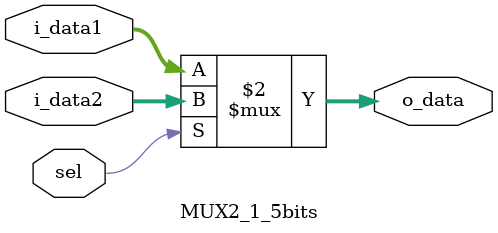
<source format=v>

module MUX32_1(i_data0,i_data1,i_data2,i_data3,i_data4,i_data5,i_data6,i_data7,i_data8,i_data9,i_data10,i_data11,i_data12,i_data13,i_data14,i_data15,i_data16,i_data17,i_data18,i_data19,i_data20,i_data21,i_data22,i_data23,i_data24,i_data25,i_data26,i_data27,i_data28,i_data29,i_data30,i_data31,sel,o_data);
	input [31:0] i_data0,i_data1,i_data2,i_data3,i_data4,i_data5,i_data6,i_data7,i_data8,i_data9,i_data10,i_data11,i_data12,i_data13,i_data14,i_data15,i_data16,i_data17,i_data18,i_data19,i_data20,i_data21,i_data22,i_data23,i_data24,i_data25,i_data26,i_data27,i_data28,i_data29,i_data30,i_data31;
	input [4:0] sel;
	output [31:0] o_data;
	wire [31:0] w_data1,w_data2,w_data3,w_data4,w_data5,w_data6,w_data7,w_data8,w_data9,w_data10,w_data11,w_data12,w_data13,w_data14,w_data15,w_data16,w_data17,w_data18,w_data19,w_data20,w_data21,w_data22,w_data23,w_data24,w_data25,w_data26,w_data27,w_data28,w_data29,w_data30;
	
	assign w_data1=(sel[0]==0) ? i_data0 : i_data1;
	assign w_data2=(sel[0]==0) ? i_data2 : i_data3;
	assign w_data3=(sel[0]==0) ? i_data4 : i_data5;
	assign w_data4=(sel[0]==0) ? i_data6 : i_data7;
	assign w_data5=(sel[0]==0) ? i_data8 : i_data9;
	assign w_data6=(sel[0]==0) ? i_data10 : i_data11;
	assign w_data7=(sel[0]==0) ? i_data12 : i_data13;
	assign w_data8=(sel[0]==0) ? i_data14 : i_data15;
	assign w_data9=(sel[0]==0) ? i_data16 : i_data17;
	assign w_data10=(sel[0]==0) ? i_data18 : i_data19;
	assign w_data11=(sel[0]==0) ? i_data20 : i_data21;
	assign w_data12=(sel[0]==0) ? i_data22 : i_data23;
	assign w_data13=(sel[0]==0) ? i_data24 : i_data25;
	assign w_data14=(sel[0]==0) ? i_data26 : i_data27;
	assign w_data15=(sel[0]==0) ? i_data28 : i_data29;
	assign w_data16=(sel[0]==0) ? i_data30 : i_data31;
	
	assign w_data17=(sel[1]==0) ? w_data1 : w_data2;
	assign w_data18=(sel[1]==0) ? w_data3 : w_data4;
	assign w_data19=(sel[1]==0) ? w_data5 : w_data6;
	assign w_data20=(sel[1]==0) ? w_data7 : w_data8;
	assign w_data21=(sel[1]==0) ? w_data9 : w_data10;
	assign w_data22=(sel[1]==0) ? w_data11 : w_data12;
	assign w_data23=(sel[1]==0) ? w_data13 : w_data14;
	assign w_data24=(sel[1]==0) ? w_data15 : w_data16;
	
	assign w_data25=(sel[2]==0) ? w_data17 : w_data18;
	assign w_data26=(sel[2]==0) ? w_data19 : w_data20;
	assign w_data27=(sel[2]==0) ? w_data21 : w_data22;
	assign w_data28=(sel[2]==0) ? w_data23 : w_data24;
	
	assign w_data29=(sel[3]==0) ? w_data25 : w_data26;
	assign w_data30=(sel[3]==0) ? w_data27 : w_data28;
	
	assign o_data=(sel[4]==0) ? w_data29 : w_data30;
	
endmodule //End of module

//32bits 4-to-1 multiplexer
module MUX4_1(i_data1,i_data2,i_data3,i_data4,sel,o_data);
	input [31:0] i_data1,i_data2,i_data3,i_data4;
	input [1:0] sel;
	output [31:0] o_data;
	
	wire [31:0] w_data1,w_data2;
	
	assign w_data1=(sel[0]==0) ? i_data1 : i_data2;
	assign w_data2=(sel[0]==0) ? i_data3 : i_data4;
	assign o_data=(sel[1]==0) ? w_data1 : w_data2;
	
endmodule //End of module

//32bits 3-to-1 multiplexer
module MUX3_1(i_data1,i_data2,i_data3,sel,o_data);
	input [31:0] i_data1,i_data2,i_data3;
	input [1:0] sel;
	output [31:0] o_data;
	
	wire [31:0] w_data1,w_data2;
	
	assign w_data1=(sel[0]==0) ? i_data1 : i_data2;
	assign o_data=(sel[1]==0) ? w_data1 : i_data3;
	
endmodule //End of module

//32bits 2-to-1 multiplexer
module MUX2_1(i_data1,i_data2,sel,o_data);
	input [31:0] i_data1,i_data2;
	input sel;
	output [31:0] o_data;
	
	assign o_data=(sel==0) ? i_data1 : i_data2;
	
endmodule //End of module

//5bits 2-to-1 multiplexer
module MUX2_1_5bits(i_data1,i_data2,sel,o_data);
	input [4:0] i_data1,i_data2;
	input sel;
	output [4:0] o_data;
	
	assign o_data=(sel==0) ? i_data1 : i_data2;
	
endmodule //End of module
</source>
